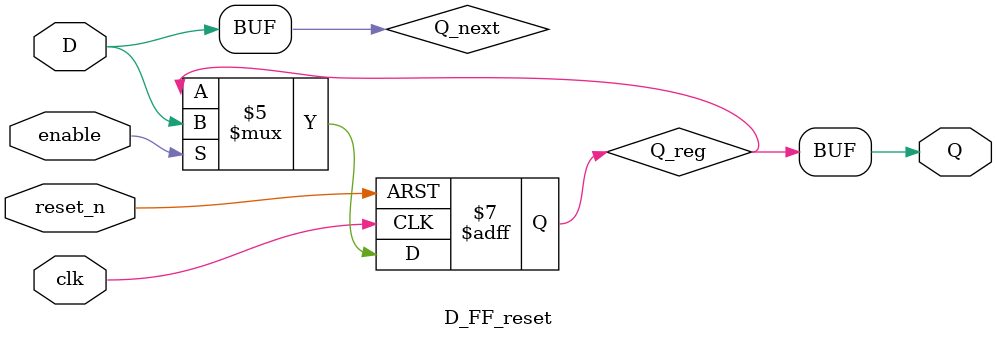
<source format=v>
module D_FF_reset (
	input D,clk,
	input reset_n, //Asynchronous
	input enable, 
	output Q

);

reg Q_reg,Q_next;

always @ (posedge clk,negedge reset_n)
begin
	Q_reg<=Q_reg;

	if(~reset_n)
		Q_reg<=1'b0;
	else if (enable)
		Q_reg<=Q_next;
	else
		Q_reg<=Q_reg;

end

always @ (*)
begin
	
		Q_next=D;

end

assign Q= Q_reg;

endmodule
</source>
